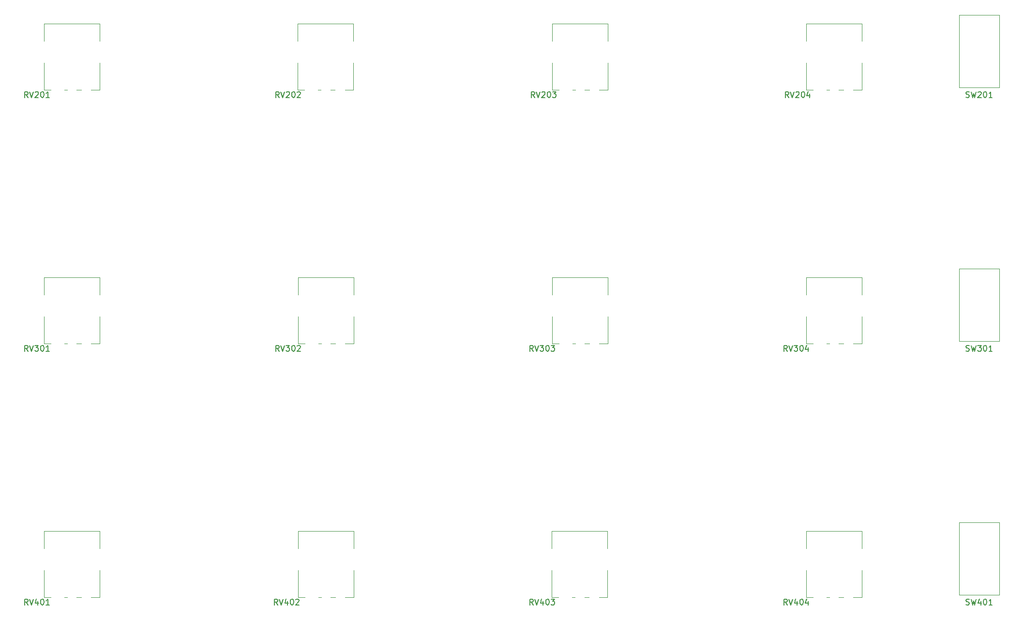
<source format=gto>
G04 #@! TF.GenerationSoftware,KiCad,Pcbnew,6.0.5+dfsg-1~bpo11+1*
G04 #@! TF.CreationDate,2022-06-30T11:54:21+00:00*
G04 #@! TF.ProjectId,ADSR_board,41445352-5f62-46f6-9172-642e6b696361,0*
G04 #@! TF.SameCoordinates,Original*
G04 #@! TF.FileFunction,Legend,Top*
G04 #@! TF.FilePolarity,Positive*
%FSLAX46Y46*%
G04 Gerber Fmt 4.6, Leading zero omitted, Abs format (unit mm)*
G04 Created by KiCad (PCBNEW 6.0.5+dfsg-1~bpo11+1) date 2022-06-30 11:54:21*
%MOMM*%
%LPD*%
G01*
G04 APERTURE LIST*
%ADD10C,0.150000*%
%ADD11C,0.120000*%
%ADD12O,2.720000X3.240000*%
%ADD13R,1.800000X1.800000*%
%ADD14C,1.800000*%
%ADD15C,2.500000*%
%ADD16C,2.000000*%
%ADD17R,1.600000X1.600000*%
%ADD18C,1.600000*%
%ADD19C,2.600000*%
%ADD20O,2.190000X1.740000*%
%ADD21O,1.740000X2.190000*%
%ADD22C,1.700000*%
G04 APERTURE END LIST*
D10*
X107295380Y-57094380D02*
X106962047Y-56618190D01*
X106723952Y-57094380D02*
X106723952Y-56094380D01*
X107104904Y-56094380D01*
X107200142Y-56142000D01*
X107247761Y-56189619D01*
X107295380Y-56284857D01*
X107295380Y-56427714D01*
X107247761Y-56522952D01*
X107200142Y-56570571D01*
X107104904Y-56618190D01*
X106723952Y-56618190D01*
X107581095Y-56094380D02*
X107914428Y-57094380D01*
X108247761Y-56094380D01*
X108533476Y-56189619D02*
X108581095Y-56142000D01*
X108676333Y-56094380D01*
X108914428Y-56094380D01*
X109009666Y-56142000D01*
X109057285Y-56189619D01*
X109104904Y-56284857D01*
X109104904Y-56380095D01*
X109057285Y-56522952D01*
X108485857Y-57094380D01*
X109104904Y-57094380D01*
X109723952Y-56094380D02*
X109819190Y-56094380D01*
X109914428Y-56142000D01*
X109962047Y-56189619D01*
X110009666Y-56284857D01*
X110057285Y-56475333D01*
X110057285Y-56713428D01*
X110009666Y-56903904D01*
X109962047Y-56999142D01*
X109914428Y-57046761D01*
X109819190Y-57094380D01*
X109723952Y-57094380D01*
X109628714Y-57046761D01*
X109581095Y-56999142D01*
X109533476Y-56903904D01*
X109485857Y-56713428D01*
X109485857Y-56475333D01*
X109533476Y-56284857D01*
X109581095Y-56189619D01*
X109628714Y-56142000D01*
X109723952Y-56094380D01*
X110438238Y-56189619D02*
X110485857Y-56142000D01*
X110581095Y-56094380D01*
X110819190Y-56094380D01*
X110914428Y-56142000D01*
X110962047Y-56189619D01*
X111009666Y-56284857D01*
X111009666Y-56380095D01*
X110962047Y-56522952D01*
X110390619Y-57094380D01*
X111009666Y-57094380D01*
X227461285Y-57046761D02*
X227604142Y-57094380D01*
X227842238Y-57094380D01*
X227937476Y-57046761D01*
X227985095Y-56999142D01*
X228032714Y-56903904D01*
X228032714Y-56808666D01*
X227985095Y-56713428D01*
X227937476Y-56665809D01*
X227842238Y-56618190D01*
X227651761Y-56570571D01*
X227556523Y-56522952D01*
X227508904Y-56475333D01*
X227461285Y-56380095D01*
X227461285Y-56284857D01*
X227508904Y-56189619D01*
X227556523Y-56142000D01*
X227651761Y-56094380D01*
X227889857Y-56094380D01*
X228032714Y-56142000D01*
X228366047Y-56094380D02*
X228604142Y-57094380D01*
X228794619Y-56380095D01*
X228985095Y-57094380D01*
X229223190Y-56094380D01*
X229556523Y-56189619D02*
X229604142Y-56142000D01*
X229699380Y-56094380D01*
X229937476Y-56094380D01*
X230032714Y-56142000D01*
X230080333Y-56189619D01*
X230127952Y-56284857D01*
X230127952Y-56380095D01*
X230080333Y-56522952D01*
X229508904Y-57094380D01*
X230127952Y-57094380D01*
X230747000Y-56094380D02*
X230842238Y-56094380D01*
X230937476Y-56142000D01*
X230985095Y-56189619D01*
X231032714Y-56284857D01*
X231080333Y-56475333D01*
X231080333Y-56713428D01*
X231032714Y-56903904D01*
X230985095Y-56999142D01*
X230937476Y-57046761D01*
X230842238Y-57094380D01*
X230747000Y-57094380D01*
X230651761Y-57046761D01*
X230604142Y-56999142D01*
X230556523Y-56903904D01*
X230508904Y-56713428D01*
X230508904Y-56475333D01*
X230556523Y-56284857D01*
X230604142Y-56189619D01*
X230651761Y-56142000D01*
X230747000Y-56094380D01*
X232032714Y-57094380D02*
X231461285Y-57094380D01*
X231747000Y-57094380D02*
X231747000Y-56094380D01*
X231651761Y-56237238D01*
X231556523Y-56332476D01*
X231461285Y-56380095D01*
X63353380Y-145994380D02*
X63020047Y-145518190D01*
X62781952Y-145994380D02*
X62781952Y-144994380D01*
X63162904Y-144994380D01*
X63258142Y-145042000D01*
X63305761Y-145089619D01*
X63353380Y-145184857D01*
X63353380Y-145327714D01*
X63305761Y-145422952D01*
X63258142Y-145470571D01*
X63162904Y-145518190D01*
X62781952Y-145518190D01*
X63639095Y-144994380D02*
X63972428Y-145994380D01*
X64305761Y-144994380D01*
X65067666Y-145327714D02*
X65067666Y-145994380D01*
X64829571Y-144946761D02*
X64591476Y-145661047D01*
X65210523Y-145661047D01*
X65781952Y-144994380D02*
X65877190Y-144994380D01*
X65972428Y-145042000D01*
X66020047Y-145089619D01*
X66067666Y-145184857D01*
X66115285Y-145375333D01*
X66115285Y-145613428D01*
X66067666Y-145803904D01*
X66020047Y-145899142D01*
X65972428Y-145946761D01*
X65877190Y-145994380D01*
X65781952Y-145994380D01*
X65686714Y-145946761D01*
X65639095Y-145899142D01*
X65591476Y-145803904D01*
X65543857Y-145613428D01*
X65543857Y-145375333D01*
X65591476Y-145184857D01*
X65639095Y-145089619D01*
X65686714Y-145042000D01*
X65781952Y-144994380D01*
X67067666Y-145994380D02*
X66496238Y-145994380D01*
X66781952Y-145994380D02*
X66781952Y-144994380D01*
X66686714Y-145137238D01*
X66591476Y-145232476D01*
X66496238Y-145280095D01*
X63353380Y-57094380D02*
X63020047Y-56618190D01*
X62781952Y-57094380D02*
X62781952Y-56094380D01*
X63162904Y-56094380D01*
X63258142Y-56142000D01*
X63305761Y-56189619D01*
X63353380Y-56284857D01*
X63353380Y-56427714D01*
X63305761Y-56522952D01*
X63258142Y-56570571D01*
X63162904Y-56618190D01*
X62781952Y-56618190D01*
X63639095Y-56094380D02*
X63972428Y-57094380D01*
X64305761Y-56094380D01*
X64591476Y-56189619D02*
X64639095Y-56142000D01*
X64734333Y-56094380D01*
X64972428Y-56094380D01*
X65067666Y-56142000D01*
X65115285Y-56189619D01*
X65162904Y-56284857D01*
X65162904Y-56380095D01*
X65115285Y-56522952D01*
X64543857Y-57094380D01*
X65162904Y-57094380D01*
X65781952Y-56094380D02*
X65877190Y-56094380D01*
X65972428Y-56142000D01*
X66020047Y-56189619D01*
X66067666Y-56284857D01*
X66115285Y-56475333D01*
X66115285Y-56713428D01*
X66067666Y-56903904D01*
X66020047Y-56999142D01*
X65972428Y-57046761D01*
X65877190Y-57094380D01*
X65781952Y-57094380D01*
X65686714Y-57046761D01*
X65639095Y-56999142D01*
X65591476Y-56903904D01*
X65543857Y-56713428D01*
X65543857Y-56475333D01*
X65591476Y-56284857D01*
X65639095Y-56189619D01*
X65686714Y-56142000D01*
X65781952Y-56094380D01*
X67067666Y-57094380D02*
X66496238Y-57094380D01*
X66781952Y-57094380D02*
X66781952Y-56094380D01*
X66686714Y-56237238D01*
X66591476Y-56332476D01*
X66496238Y-56380095D01*
X63353380Y-101544380D02*
X63020047Y-101068190D01*
X62781952Y-101544380D02*
X62781952Y-100544380D01*
X63162904Y-100544380D01*
X63258142Y-100592000D01*
X63305761Y-100639619D01*
X63353380Y-100734857D01*
X63353380Y-100877714D01*
X63305761Y-100972952D01*
X63258142Y-101020571D01*
X63162904Y-101068190D01*
X62781952Y-101068190D01*
X63639095Y-100544380D02*
X63972428Y-101544380D01*
X64305761Y-100544380D01*
X64543857Y-100544380D02*
X65162904Y-100544380D01*
X64829571Y-100925333D01*
X64972428Y-100925333D01*
X65067666Y-100972952D01*
X65115285Y-101020571D01*
X65162904Y-101115809D01*
X65162904Y-101353904D01*
X65115285Y-101449142D01*
X65067666Y-101496761D01*
X64972428Y-101544380D01*
X64686714Y-101544380D01*
X64591476Y-101496761D01*
X64543857Y-101449142D01*
X65781952Y-100544380D02*
X65877190Y-100544380D01*
X65972428Y-100592000D01*
X66020047Y-100639619D01*
X66067666Y-100734857D01*
X66115285Y-100925333D01*
X66115285Y-101163428D01*
X66067666Y-101353904D01*
X66020047Y-101449142D01*
X65972428Y-101496761D01*
X65877190Y-101544380D01*
X65781952Y-101544380D01*
X65686714Y-101496761D01*
X65639095Y-101449142D01*
X65591476Y-101353904D01*
X65543857Y-101163428D01*
X65543857Y-100925333D01*
X65591476Y-100734857D01*
X65639095Y-100639619D01*
X65686714Y-100592000D01*
X65781952Y-100544380D01*
X67067666Y-101544380D02*
X66496238Y-101544380D01*
X66781952Y-101544380D02*
X66781952Y-100544380D01*
X66686714Y-100687238D01*
X66591476Y-100782476D01*
X66496238Y-100830095D01*
X196195380Y-101544380D02*
X195862047Y-101068190D01*
X195623952Y-101544380D02*
X195623952Y-100544380D01*
X196004904Y-100544380D01*
X196100142Y-100592000D01*
X196147761Y-100639619D01*
X196195380Y-100734857D01*
X196195380Y-100877714D01*
X196147761Y-100972952D01*
X196100142Y-101020571D01*
X196004904Y-101068190D01*
X195623952Y-101068190D01*
X196481095Y-100544380D02*
X196814428Y-101544380D01*
X197147761Y-100544380D01*
X197385857Y-100544380D02*
X198004904Y-100544380D01*
X197671571Y-100925333D01*
X197814428Y-100925333D01*
X197909666Y-100972952D01*
X197957285Y-101020571D01*
X198004904Y-101115809D01*
X198004904Y-101353904D01*
X197957285Y-101449142D01*
X197909666Y-101496761D01*
X197814428Y-101544380D01*
X197528714Y-101544380D01*
X197433476Y-101496761D01*
X197385857Y-101449142D01*
X198623952Y-100544380D02*
X198719190Y-100544380D01*
X198814428Y-100592000D01*
X198862047Y-100639619D01*
X198909666Y-100734857D01*
X198957285Y-100925333D01*
X198957285Y-101163428D01*
X198909666Y-101353904D01*
X198862047Y-101449142D01*
X198814428Y-101496761D01*
X198719190Y-101544380D01*
X198623952Y-101544380D01*
X198528714Y-101496761D01*
X198481095Y-101449142D01*
X198433476Y-101353904D01*
X198385857Y-101163428D01*
X198385857Y-100925333D01*
X198433476Y-100734857D01*
X198481095Y-100639619D01*
X198528714Y-100592000D01*
X198623952Y-100544380D01*
X199814428Y-100877714D02*
X199814428Y-101544380D01*
X199576333Y-100496761D02*
X199338238Y-101211047D01*
X199957285Y-101211047D01*
X227461285Y-145946761D02*
X227604142Y-145994380D01*
X227842238Y-145994380D01*
X227937476Y-145946761D01*
X227985095Y-145899142D01*
X228032714Y-145803904D01*
X228032714Y-145708666D01*
X227985095Y-145613428D01*
X227937476Y-145565809D01*
X227842238Y-145518190D01*
X227651761Y-145470571D01*
X227556523Y-145422952D01*
X227508904Y-145375333D01*
X227461285Y-145280095D01*
X227461285Y-145184857D01*
X227508904Y-145089619D01*
X227556523Y-145042000D01*
X227651761Y-144994380D01*
X227889857Y-144994380D01*
X228032714Y-145042000D01*
X228366047Y-144994380D02*
X228604142Y-145994380D01*
X228794619Y-145280095D01*
X228985095Y-145994380D01*
X229223190Y-144994380D01*
X230032714Y-145327714D02*
X230032714Y-145994380D01*
X229794619Y-144946761D02*
X229556523Y-145661047D01*
X230175571Y-145661047D01*
X230747000Y-144994380D02*
X230842238Y-144994380D01*
X230937476Y-145042000D01*
X230985095Y-145089619D01*
X231032714Y-145184857D01*
X231080333Y-145375333D01*
X231080333Y-145613428D01*
X231032714Y-145803904D01*
X230985095Y-145899142D01*
X230937476Y-145946761D01*
X230842238Y-145994380D01*
X230747000Y-145994380D01*
X230651761Y-145946761D01*
X230604142Y-145899142D01*
X230556523Y-145803904D01*
X230508904Y-145613428D01*
X230508904Y-145375333D01*
X230556523Y-145184857D01*
X230604142Y-145089619D01*
X230651761Y-145042000D01*
X230747000Y-144994380D01*
X232032714Y-145994380D02*
X231461285Y-145994380D01*
X231747000Y-145994380D02*
X231747000Y-144994380D01*
X231651761Y-145137238D01*
X231556523Y-145232476D01*
X231461285Y-145280095D01*
X151745380Y-145994380D02*
X151412047Y-145518190D01*
X151173952Y-145994380D02*
X151173952Y-144994380D01*
X151554904Y-144994380D01*
X151650142Y-145042000D01*
X151697761Y-145089619D01*
X151745380Y-145184857D01*
X151745380Y-145327714D01*
X151697761Y-145422952D01*
X151650142Y-145470571D01*
X151554904Y-145518190D01*
X151173952Y-145518190D01*
X152031095Y-144994380D02*
X152364428Y-145994380D01*
X152697761Y-144994380D01*
X153459666Y-145327714D02*
X153459666Y-145994380D01*
X153221571Y-144946761D02*
X152983476Y-145661047D01*
X153602523Y-145661047D01*
X154173952Y-144994380D02*
X154269190Y-144994380D01*
X154364428Y-145042000D01*
X154412047Y-145089619D01*
X154459666Y-145184857D01*
X154507285Y-145375333D01*
X154507285Y-145613428D01*
X154459666Y-145803904D01*
X154412047Y-145899142D01*
X154364428Y-145946761D01*
X154269190Y-145994380D01*
X154173952Y-145994380D01*
X154078714Y-145946761D01*
X154031095Y-145899142D01*
X153983476Y-145803904D01*
X153935857Y-145613428D01*
X153935857Y-145375333D01*
X153983476Y-145184857D01*
X154031095Y-145089619D01*
X154078714Y-145042000D01*
X154173952Y-144994380D01*
X154840619Y-144994380D02*
X155459666Y-144994380D01*
X155126333Y-145375333D01*
X155269190Y-145375333D01*
X155364428Y-145422952D01*
X155412047Y-145470571D01*
X155459666Y-145565809D01*
X155459666Y-145803904D01*
X155412047Y-145899142D01*
X155364428Y-145946761D01*
X155269190Y-145994380D01*
X154983476Y-145994380D01*
X154888238Y-145946761D01*
X154840619Y-145899142D01*
X107041380Y-145994380D02*
X106708047Y-145518190D01*
X106469952Y-145994380D02*
X106469952Y-144994380D01*
X106850904Y-144994380D01*
X106946142Y-145042000D01*
X106993761Y-145089619D01*
X107041380Y-145184857D01*
X107041380Y-145327714D01*
X106993761Y-145422952D01*
X106946142Y-145470571D01*
X106850904Y-145518190D01*
X106469952Y-145518190D01*
X107327095Y-144994380D02*
X107660428Y-145994380D01*
X107993761Y-144994380D01*
X108755666Y-145327714D02*
X108755666Y-145994380D01*
X108517571Y-144946761D02*
X108279476Y-145661047D01*
X108898523Y-145661047D01*
X109469952Y-144994380D02*
X109565190Y-144994380D01*
X109660428Y-145042000D01*
X109708047Y-145089619D01*
X109755666Y-145184857D01*
X109803285Y-145375333D01*
X109803285Y-145613428D01*
X109755666Y-145803904D01*
X109708047Y-145899142D01*
X109660428Y-145946761D01*
X109565190Y-145994380D01*
X109469952Y-145994380D01*
X109374714Y-145946761D01*
X109327095Y-145899142D01*
X109279476Y-145803904D01*
X109231857Y-145613428D01*
X109231857Y-145375333D01*
X109279476Y-145184857D01*
X109327095Y-145089619D01*
X109374714Y-145042000D01*
X109469952Y-144994380D01*
X110184238Y-145089619D02*
X110231857Y-145042000D01*
X110327095Y-144994380D01*
X110565190Y-144994380D01*
X110660428Y-145042000D01*
X110708047Y-145089619D01*
X110755666Y-145184857D01*
X110755666Y-145280095D01*
X110708047Y-145422952D01*
X110136619Y-145994380D01*
X110755666Y-145994380D01*
X227461285Y-101496761D02*
X227604142Y-101544380D01*
X227842238Y-101544380D01*
X227937476Y-101496761D01*
X227985095Y-101449142D01*
X228032714Y-101353904D01*
X228032714Y-101258666D01*
X227985095Y-101163428D01*
X227937476Y-101115809D01*
X227842238Y-101068190D01*
X227651761Y-101020571D01*
X227556523Y-100972952D01*
X227508904Y-100925333D01*
X227461285Y-100830095D01*
X227461285Y-100734857D01*
X227508904Y-100639619D01*
X227556523Y-100592000D01*
X227651761Y-100544380D01*
X227889857Y-100544380D01*
X228032714Y-100592000D01*
X228366047Y-100544380D02*
X228604142Y-101544380D01*
X228794619Y-100830095D01*
X228985095Y-101544380D01*
X229223190Y-100544380D01*
X229508904Y-100544380D02*
X230127952Y-100544380D01*
X229794619Y-100925333D01*
X229937476Y-100925333D01*
X230032714Y-100972952D01*
X230080333Y-101020571D01*
X230127952Y-101115809D01*
X230127952Y-101353904D01*
X230080333Y-101449142D01*
X230032714Y-101496761D01*
X229937476Y-101544380D01*
X229651761Y-101544380D01*
X229556523Y-101496761D01*
X229508904Y-101449142D01*
X230747000Y-100544380D02*
X230842238Y-100544380D01*
X230937476Y-100592000D01*
X230985095Y-100639619D01*
X231032714Y-100734857D01*
X231080333Y-100925333D01*
X231080333Y-101163428D01*
X231032714Y-101353904D01*
X230985095Y-101449142D01*
X230937476Y-101496761D01*
X230842238Y-101544380D01*
X230747000Y-101544380D01*
X230651761Y-101496761D01*
X230604142Y-101449142D01*
X230556523Y-101353904D01*
X230508904Y-101163428D01*
X230508904Y-100925333D01*
X230556523Y-100734857D01*
X230604142Y-100639619D01*
X230651761Y-100592000D01*
X230747000Y-100544380D01*
X232032714Y-101544380D02*
X231461285Y-101544380D01*
X231747000Y-101544380D02*
X231747000Y-100544380D01*
X231651761Y-100687238D01*
X231556523Y-100782476D01*
X231461285Y-100830095D01*
X151745380Y-101544380D02*
X151412047Y-101068190D01*
X151173952Y-101544380D02*
X151173952Y-100544380D01*
X151554904Y-100544380D01*
X151650142Y-100592000D01*
X151697761Y-100639619D01*
X151745380Y-100734857D01*
X151745380Y-100877714D01*
X151697761Y-100972952D01*
X151650142Y-101020571D01*
X151554904Y-101068190D01*
X151173952Y-101068190D01*
X152031095Y-100544380D02*
X152364428Y-101544380D01*
X152697761Y-100544380D01*
X152935857Y-100544380D02*
X153554904Y-100544380D01*
X153221571Y-100925333D01*
X153364428Y-100925333D01*
X153459666Y-100972952D01*
X153507285Y-101020571D01*
X153554904Y-101115809D01*
X153554904Y-101353904D01*
X153507285Y-101449142D01*
X153459666Y-101496761D01*
X153364428Y-101544380D01*
X153078714Y-101544380D01*
X152983476Y-101496761D01*
X152935857Y-101449142D01*
X154173952Y-100544380D02*
X154269190Y-100544380D01*
X154364428Y-100592000D01*
X154412047Y-100639619D01*
X154459666Y-100734857D01*
X154507285Y-100925333D01*
X154507285Y-101163428D01*
X154459666Y-101353904D01*
X154412047Y-101449142D01*
X154364428Y-101496761D01*
X154269190Y-101544380D01*
X154173952Y-101544380D01*
X154078714Y-101496761D01*
X154031095Y-101449142D01*
X153983476Y-101353904D01*
X153935857Y-101163428D01*
X153935857Y-100925333D01*
X153983476Y-100734857D01*
X154031095Y-100639619D01*
X154078714Y-100592000D01*
X154173952Y-100544380D01*
X154840619Y-100544380D02*
X155459666Y-100544380D01*
X155126333Y-100925333D01*
X155269190Y-100925333D01*
X155364428Y-100972952D01*
X155412047Y-101020571D01*
X155459666Y-101115809D01*
X155459666Y-101353904D01*
X155412047Y-101449142D01*
X155364428Y-101496761D01*
X155269190Y-101544380D01*
X154983476Y-101544380D01*
X154888238Y-101496761D01*
X154840619Y-101449142D01*
X196195380Y-145994380D02*
X195862047Y-145518190D01*
X195623952Y-145994380D02*
X195623952Y-144994380D01*
X196004904Y-144994380D01*
X196100142Y-145042000D01*
X196147761Y-145089619D01*
X196195380Y-145184857D01*
X196195380Y-145327714D01*
X196147761Y-145422952D01*
X196100142Y-145470571D01*
X196004904Y-145518190D01*
X195623952Y-145518190D01*
X196481095Y-144994380D02*
X196814428Y-145994380D01*
X197147761Y-144994380D01*
X197909666Y-145327714D02*
X197909666Y-145994380D01*
X197671571Y-144946761D02*
X197433476Y-145661047D01*
X198052523Y-145661047D01*
X198623952Y-144994380D02*
X198719190Y-144994380D01*
X198814428Y-145042000D01*
X198862047Y-145089619D01*
X198909666Y-145184857D01*
X198957285Y-145375333D01*
X198957285Y-145613428D01*
X198909666Y-145803904D01*
X198862047Y-145899142D01*
X198814428Y-145946761D01*
X198719190Y-145994380D01*
X198623952Y-145994380D01*
X198528714Y-145946761D01*
X198481095Y-145899142D01*
X198433476Y-145803904D01*
X198385857Y-145613428D01*
X198385857Y-145375333D01*
X198433476Y-145184857D01*
X198481095Y-145089619D01*
X198528714Y-145042000D01*
X198623952Y-144994380D01*
X199814428Y-145327714D02*
X199814428Y-145994380D01*
X199576333Y-144946761D02*
X199338238Y-145661047D01*
X199957285Y-145661047D01*
X196449380Y-57094380D02*
X196116047Y-56618190D01*
X195877952Y-57094380D02*
X195877952Y-56094380D01*
X196258904Y-56094380D01*
X196354142Y-56142000D01*
X196401761Y-56189619D01*
X196449380Y-56284857D01*
X196449380Y-56427714D01*
X196401761Y-56522952D01*
X196354142Y-56570571D01*
X196258904Y-56618190D01*
X195877952Y-56618190D01*
X196735095Y-56094380D02*
X197068428Y-57094380D01*
X197401761Y-56094380D01*
X197687476Y-56189619D02*
X197735095Y-56142000D01*
X197830333Y-56094380D01*
X198068428Y-56094380D01*
X198163666Y-56142000D01*
X198211285Y-56189619D01*
X198258904Y-56284857D01*
X198258904Y-56380095D01*
X198211285Y-56522952D01*
X197639857Y-57094380D01*
X198258904Y-57094380D01*
X198877952Y-56094380D02*
X198973190Y-56094380D01*
X199068428Y-56142000D01*
X199116047Y-56189619D01*
X199163666Y-56284857D01*
X199211285Y-56475333D01*
X199211285Y-56713428D01*
X199163666Y-56903904D01*
X199116047Y-56999142D01*
X199068428Y-57046761D01*
X198973190Y-57094380D01*
X198877952Y-57094380D01*
X198782714Y-57046761D01*
X198735095Y-56999142D01*
X198687476Y-56903904D01*
X198639857Y-56713428D01*
X198639857Y-56475333D01*
X198687476Y-56284857D01*
X198735095Y-56189619D01*
X198782714Y-56142000D01*
X198877952Y-56094380D01*
X200068428Y-56427714D02*
X200068428Y-57094380D01*
X199830333Y-56046761D02*
X199592238Y-56761047D01*
X200211285Y-56761047D01*
X107295380Y-101544380D02*
X106962047Y-101068190D01*
X106723952Y-101544380D02*
X106723952Y-100544380D01*
X107104904Y-100544380D01*
X107200142Y-100592000D01*
X107247761Y-100639619D01*
X107295380Y-100734857D01*
X107295380Y-100877714D01*
X107247761Y-100972952D01*
X107200142Y-101020571D01*
X107104904Y-101068190D01*
X106723952Y-101068190D01*
X107581095Y-100544380D02*
X107914428Y-101544380D01*
X108247761Y-100544380D01*
X108485857Y-100544380D02*
X109104904Y-100544380D01*
X108771571Y-100925333D01*
X108914428Y-100925333D01*
X109009666Y-100972952D01*
X109057285Y-101020571D01*
X109104904Y-101115809D01*
X109104904Y-101353904D01*
X109057285Y-101449142D01*
X109009666Y-101496761D01*
X108914428Y-101544380D01*
X108628714Y-101544380D01*
X108533476Y-101496761D01*
X108485857Y-101449142D01*
X109723952Y-100544380D02*
X109819190Y-100544380D01*
X109914428Y-100592000D01*
X109962047Y-100639619D01*
X110009666Y-100734857D01*
X110057285Y-100925333D01*
X110057285Y-101163428D01*
X110009666Y-101353904D01*
X109962047Y-101449142D01*
X109914428Y-101496761D01*
X109819190Y-101544380D01*
X109723952Y-101544380D01*
X109628714Y-101496761D01*
X109581095Y-101449142D01*
X109533476Y-101353904D01*
X109485857Y-101163428D01*
X109485857Y-100925333D01*
X109533476Y-100734857D01*
X109581095Y-100639619D01*
X109628714Y-100592000D01*
X109723952Y-100544380D01*
X110438238Y-100639619D02*
X110485857Y-100592000D01*
X110581095Y-100544380D01*
X110819190Y-100544380D01*
X110914428Y-100592000D01*
X110962047Y-100639619D01*
X111009666Y-100734857D01*
X111009666Y-100830095D01*
X110962047Y-100972952D01*
X110390619Y-101544380D01*
X111009666Y-101544380D01*
X151999380Y-57094380D02*
X151666047Y-56618190D01*
X151427952Y-57094380D02*
X151427952Y-56094380D01*
X151808904Y-56094380D01*
X151904142Y-56142000D01*
X151951761Y-56189619D01*
X151999380Y-56284857D01*
X151999380Y-56427714D01*
X151951761Y-56522952D01*
X151904142Y-56570571D01*
X151808904Y-56618190D01*
X151427952Y-56618190D01*
X152285095Y-56094380D02*
X152618428Y-57094380D01*
X152951761Y-56094380D01*
X153237476Y-56189619D02*
X153285095Y-56142000D01*
X153380333Y-56094380D01*
X153618428Y-56094380D01*
X153713666Y-56142000D01*
X153761285Y-56189619D01*
X153808904Y-56284857D01*
X153808904Y-56380095D01*
X153761285Y-56522952D01*
X153189857Y-57094380D01*
X153808904Y-57094380D01*
X154427952Y-56094380D02*
X154523190Y-56094380D01*
X154618428Y-56142000D01*
X154666047Y-56189619D01*
X154713666Y-56284857D01*
X154761285Y-56475333D01*
X154761285Y-56713428D01*
X154713666Y-56903904D01*
X154666047Y-56999142D01*
X154618428Y-57046761D01*
X154523190Y-57094380D01*
X154427952Y-57094380D01*
X154332714Y-57046761D01*
X154285095Y-56999142D01*
X154237476Y-56903904D01*
X154189857Y-56713428D01*
X154189857Y-56475333D01*
X154237476Y-56284857D01*
X154285095Y-56189619D01*
X154332714Y-56142000D01*
X154427952Y-56094380D01*
X155094619Y-56094380D02*
X155713666Y-56094380D01*
X155380333Y-56475333D01*
X155523190Y-56475333D01*
X155618428Y-56522952D01*
X155666047Y-56570571D01*
X155713666Y-56665809D01*
X155713666Y-56903904D01*
X155666047Y-56999142D01*
X155618428Y-57046761D01*
X155523190Y-57094380D01*
X155237476Y-57094380D01*
X155142238Y-57046761D01*
X155094619Y-56999142D01*
D11*
X110537000Y-47232000D02*
X110537000Y-44172000D01*
X111717000Y-55762000D02*
X110537000Y-55762000D01*
X117067000Y-55762000D02*
X116237000Y-55762000D01*
X120277000Y-55762000D02*
X120277000Y-51042000D01*
X120277000Y-47232000D02*
X120277000Y-44172000D01*
X114617000Y-55762000D02*
X114087000Y-55762000D01*
X110527000Y-55762000D02*
X110527000Y-51042000D01*
X120277000Y-44172000D02*
X110537000Y-44172000D01*
X120277000Y-55762000D02*
X118787000Y-55762000D01*
X233247000Y-55372000D02*
X226247000Y-55372000D01*
X226247000Y-42672000D02*
X233247000Y-42672000D01*
X233247000Y-42672000D02*
X233247000Y-55372000D01*
X226247000Y-55372000D02*
X226247000Y-42672000D01*
X70207000Y-144662000D02*
X69677000Y-144662000D01*
X75867000Y-133072000D02*
X66127000Y-133072000D01*
X67307000Y-144662000D02*
X66127000Y-144662000D01*
X66127000Y-136132000D02*
X66127000Y-133072000D01*
X72657000Y-144662000D02*
X71827000Y-144662000D01*
X75867000Y-136132000D02*
X75867000Y-133072000D01*
X66117000Y-144662000D02*
X66117000Y-139942000D01*
X75867000Y-144662000D02*
X75867000Y-139942000D01*
X75867000Y-144662000D02*
X74377000Y-144662000D01*
X72657000Y-55762000D02*
X71827000Y-55762000D01*
X75867000Y-55762000D02*
X75867000Y-51042000D01*
X66127000Y-47232000D02*
X66127000Y-44172000D01*
X75867000Y-47232000D02*
X75867000Y-44172000D01*
X67307000Y-55762000D02*
X66127000Y-55762000D01*
X75867000Y-55762000D02*
X74377000Y-55762000D01*
X66117000Y-55762000D02*
X66117000Y-51042000D01*
X75867000Y-44172000D02*
X66127000Y-44172000D01*
X70207000Y-55762000D02*
X69677000Y-55762000D01*
X75867000Y-91682000D02*
X75867000Y-88622000D01*
X67307000Y-100212000D02*
X66127000Y-100212000D01*
X72657000Y-100212000D02*
X71827000Y-100212000D01*
X75867000Y-100212000D02*
X75867000Y-95492000D01*
X70207000Y-100212000D02*
X69677000Y-100212000D01*
X66127000Y-91682000D02*
X66127000Y-88622000D01*
X75867000Y-88622000D02*
X66127000Y-88622000D01*
X66117000Y-100212000D02*
X66117000Y-95492000D01*
X75867000Y-100212000D02*
X74377000Y-100212000D01*
X206007000Y-100212000D02*
X205177000Y-100212000D01*
X203557000Y-100212000D02*
X203027000Y-100212000D01*
X209217000Y-100212000D02*
X207727000Y-100212000D01*
X200657000Y-100212000D02*
X199477000Y-100212000D01*
X199477000Y-91682000D02*
X199477000Y-88622000D01*
X209217000Y-88622000D02*
X199477000Y-88622000D01*
X209217000Y-100212000D02*
X209217000Y-95492000D01*
X209217000Y-91682000D02*
X209217000Y-88622000D01*
X199467000Y-100212000D02*
X199467000Y-95492000D01*
X226247000Y-131572000D02*
X233247000Y-131572000D01*
X226247000Y-144272000D02*
X226247000Y-131572000D01*
X233247000Y-144272000D02*
X226247000Y-144272000D01*
X233247000Y-131572000D02*
X233247000Y-144272000D01*
X164727000Y-144662000D02*
X164727000Y-139942000D01*
X164727000Y-133072000D02*
X154987000Y-133072000D01*
X159067000Y-144662000D02*
X158537000Y-144662000D01*
X154977000Y-144662000D02*
X154977000Y-139942000D01*
X161517000Y-144662000D02*
X160687000Y-144662000D01*
X154987000Y-136132000D02*
X154987000Y-133072000D01*
X156167000Y-144662000D02*
X154987000Y-144662000D01*
X164727000Y-144662000D02*
X163237000Y-144662000D01*
X164727000Y-136132000D02*
X164727000Y-133072000D01*
X114657000Y-144662000D02*
X114127000Y-144662000D01*
X120317000Y-133072000D02*
X110577000Y-133072000D01*
X120317000Y-136132000D02*
X120317000Y-133072000D01*
X120317000Y-144662000D02*
X120317000Y-139942000D01*
X110567000Y-144662000D02*
X110567000Y-139942000D01*
X117107000Y-144662000D02*
X116277000Y-144662000D01*
X120317000Y-144662000D02*
X118827000Y-144662000D01*
X111757000Y-144662000D02*
X110577000Y-144662000D01*
X110577000Y-136132000D02*
X110577000Y-133072000D01*
X233247000Y-87122000D02*
X233247000Y-99822000D01*
X226247000Y-99822000D02*
X226247000Y-87122000D01*
X226247000Y-87122000D02*
X233247000Y-87122000D01*
X233247000Y-99822000D02*
X226247000Y-99822000D01*
X156207000Y-100212000D02*
X155027000Y-100212000D01*
X164767000Y-91682000D02*
X164767000Y-88622000D01*
X164767000Y-100212000D02*
X164767000Y-95492000D01*
X164767000Y-88622000D02*
X155027000Y-88622000D01*
X155027000Y-91682000D02*
X155027000Y-88622000D01*
X161557000Y-100212000D02*
X160727000Y-100212000D01*
X164767000Y-100212000D02*
X163277000Y-100212000D01*
X155017000Y-100212000D02*
X155017000Y-95492000D01*
X159107000Y-100212000D02*
X158577000Y-100212000D01*
X200657000Y-144662000D02*
X199477000Y-144662000D01*
X209217000Y-144662000D02*
X209217000Y-139942000D01*
X199477000Y-136132000D02*
X199477000Y-133072000D01*
X209217000Y-136132000D02*
X209217000Y-133072000D01*
X209217000Y-133072000D02*
X199477000Y-133072000D01*
X209217000Y-144662000D02*
X207727000Y-144662000D01*
X199467000Y-144662000D02*
X199467000Y-139942000D01*
X203557000Y-144662000D02*
X203027000Y-144662000D01*
X206007000Y-144662000D02*
X205177000Y-144662000D01*
X206007000Y-55762000D02*
X205177000Y-55762000D01*
X209217000Y-55762000D02*
X209217000Y-51042000D01*
X209217000Y-55762000D02*
X207727000Y-55762000D01*
X209217000Y-47232000D02*
X209217000Y-44172000D01*
X203557000Y-55762000D02*
X203027000Y-55762000D01*
X199467000Y-55762000D02*
X199467000Y-51042000D01*
X200657000Y-55762000D02*
X199477000Y-55762000D01*
X199477000Y-47232000D02*
X199477000Y-44172000D01*
X209217000Y-44172000D02*
X199477000Y-44172000D01*
X117107000Y-100212000D02*
X116277000Y-100212000D01*
X120317000Y-100212000D02*
X118827000Y-100212000D01*
X120317000Y-88622000D02*
X110577000Y-88622000D01*
X111757000Y-100212000D02*
X110577000Y-100212000D01*
X114657000Y-100212000D02*
X114127000Y-100212000D01*
X110577000Y-91682000D02*
X110577000Y-88622000D01*
X120317000Y-100212000D02*
X120317000Y-95492000D01*
X110567000Y-100212000D02*
X110567000Y-95492000D01*
X120317000Y-91682000D02*
X120317000Y-88622000D01*
X159107000Y-55762000D02*
X158577000Y-55762000D01*
X164767000Y-44172000D02*
X155027000Y-44172000D01*
X164767000Y-55762000D02*
X163277000Y-55762000D01*
X155017000Y-55762000D02*
X155017000Y-51042000D01*
X156207000Y-55762000D02*
X155027000Y-55762000D01*
X155027000Y-47232000D02*
X155027000Y-44172000D01*
X161557000Y-55762000D02*
X160727000Y-55762000D01*
X164767000Y-55762000D02*
X164767000Y-51042000D01*
X164767000Y-47232000D02*
X164767000Y-44172000D01*
%LPC*%
D12*
X120207000Y-49142000D03*
X110607000Y-49142000D03*
D13*
X112907000Y-56642000D03*
D14*
X115407000Y-56642000D03*
X117907000Y-56642000D03*
D15*
X229747000Y-53722000D03*
X229747000Y-49022000D03*
X229747000Y-44322000D03*
D12*
X66197000Y-138042000D03*
X75797000Y-138042000D03*
D13*
X68497000Y-145542000D03*
D14*
X70997000Y-145542000D03*
X73497000Y-145542000D03*
D12*
X66197000Y-49142000D03*
X75797000Y-49142000D03*
D13*
X68497000Y-56642000D03*
D14*
X70997000Y-56642000D03*
X73497000Y-56642000D03*
D12*
X75797000Y-93592000D03*
X66197000Y-93592000D03*
D13*
X68497000Y-101092000D03*
D14*
X70997000Y-101092000D03*
X73497000Y-101092000D03*
D12*
X199547000Y-93592000D03*
X209147000Y-93592000D03*
D13*
X201847000Y-101092000D03*
D14*
X204347000Y-101092000D03*
X206847000Y-101092000D03*
D15*
X229747000Y-142622000D03*
X229747000Y-137922000D03*
X229747000Y-133222000D03*
D12*
X164657000Y-138042000D03*
X155057000Y-138042000D03*
D13*
X157357000Y-145542000D03*
D14*
X159857000Y-145542000D03*
X162357000Y-145542000D03*
D12*
X110647000Y-138042000D03*
X120247000Y-138042000D03*
D13*
X112947000Y-145542000D03*
D14*
X115447000Y-145542000D03*
X117947000Y-145542000D03*
D15*
X229747000Y-98172000D03*
X229747000Y-93472000D03*
X229747000Y-88772000D03*
D12*
X164697000Y-93592000D03*
X155097000Y-93592000D03*
D13*
X157397000Y-101092000D03*
D14*
X159897000Y-101092000D03*
X162397000Y-101092000D03*
D12*
X199547000Y-138042000D03*
X209147000Y-138042000D03*
D13*
X201847000Y-145542000D03*
D14*
X204347000Y-145542000D03*
X206847000Y-145542000D03*
D12*
X209147000Y-49142000D03*
X199547000Y-49142000D03*
D13*
X201847000Y-56642000D03*
D14*
X204347000Y-56642000D03*
X206847000Y-56642000D03*
D12*
X120247000Y-93592000D03*
X110647000Y-93592000D03*
D13*
X112947000Y-101092000D03*
D14*
X115447000Y-101092000D03*
X117947000Y-101092000D03*
D12*
X155097000Y-49142000D03*
X164697000Y-49142000D03*
D13*
X157397000Y-56642000D03*
D14*
X159897000Y-56642000D03*
X162397000Y-56642000D03*
D16*
X154182000Y-115697000D03*
D17*
X128690380Y-119380000D03*
D18*
X126190380Y-119380000D03*
D17*
X187837000Y-124587000D03*
D18*
X185337000Y-124587000D03*
D19*
X135005000Y-77470000D03*
X135005000Y-85090000D03*
D16*
X199267000Y-71247000D03*
X119892000Y-115697000D03*
D17*
X172951380Y-119380000D03*
D18*
X170451380Y-119380000D03*
D16*
X163707000Y-82296000D03*
X199267000Y-115697000D03*
X163707000Y-71247000D03*
X133227000Y-122047000D03*
D17*
X220769380Y-137922000D03*
D18*
X218269380Y-137922000D03*
G36*
G01*
X70172000Y-79902000D02*
X71862000Y-79902000D01*
G75*
G02*
X72112000Y-80152000I0J-250000D01*
G01*
X72112000Y-81392000D01*
G75*
G02*
X71862000Y-81642000I-250000J0D01*
G01*
X70172000Y-81642000D01*
G75*
G02*
X69922000Y-81392000I0J250000D01*
G01*
X69922000Y-80152000D01*
G75*
G02*
X70172000Y-79902000I250000J0D01*
G01*
G37*
D20*
X71017000Y-83312000D03*
X71017000Y-85852000D03*
G36*
G01*
X125372000Y-140652000D02*
X125372000Y-138962000D01*
G75*
G02*
X125622000Y-138712000I250000J0D01*
G01*
X126862000Y-138712000D01*
G75*
G02*
X127112000Y-138962000I0J-250000D01*
G01*
X127112000Y-140652000D01*
G75*
G02*
X126862000Y-140902000I-250000J0D01*
G01*
X125622000Y-140902000D01*
G75*
G02*
X125372000Y-140652000I0J250000D01*
G01*
G37*
D21*
X128782000Y-139807000D03*
G36*
G01*
X177077000Y-136319500D02*
X178277000Y-136319500D01*
G75*
G02*
X178527000Y-136569500I0J-250000D01*
G01*
X178527000Y-137769500D01*
G75*
G02*
X178277000Y-138019500I-250000J0D01*
G01*
X177077000Y-138019500D01*
G75*
G02*
X176827000Y-137769500I0J250000D01*
G01*
X176827000Y-136569500D01*
G75*
G02*
X177077000Y-136319500I250000J0D01*
G01*
G37*
D22*
X177677000Y-139709500D03*
X180217000Y-137169500D03*
X180217000Y-139709500D03*
X182757000Y-137169500D03*
X182757000Y-139709500D03*
X185297000Y-137169500D03*
X185297000Y-139709500D03*
X187837000Y-137169500D03*
X187837000Y-139709500D03*
D16*
X138942000Y-122047000D03*
G36*
G01*
X70152000Y-126892000D02*
X71842000Y-126892000D01*
G75*
G02*
X72092000Y-127142000I0J-250000D01*
G01*
X72092000Y-128382000D01*
G75*
G02*
X71842000Y-128632000I-250000J0D01*
G01*
X70152000Y-128632000D01*
G75*
G02*
X69902000Y-128382000I0J250000D01*
G01*
X69902000Y-127142000D01*
G75*
G02*
X70152000Y-126892000I250000J0D01*
G01*
G37*
D20*
X70997000Y-130302000D03*
D17*
X220857000Y-49022000D03*
D18*
X218357000Y-49022000D03*
D16*
X163707000Y-115697000D03*
G36*
G01*
X140612000Y-140672000D02*
X140612000Y-138982000D01*
G75*
G02*
X140862000Y-138732000I250000J0D01*
G01*
X142102000Y-138732000D01*
G75*
G02*
X142352000Y-138982000I0J-250000D01*
G01*
X142352000Y-140672000D01*
G75*
G02*
X142102000Y-140922000I-250000J0D01*
G01*
X140862000Y-140922000D01*
G75*
G02*
X140612000Y-140672000I0J250000D01*
G01*
G37*
D21*
X144022000Y-139827000D03*
X146562000Y-139827000D03*
X149102000Y-139827000D03*
X151642000Y-139827000D03*
D17*
X180177000Y-124587000D03*
D18*
X177677000Y-124587000D03*
D17*
X171887880Y-75057000D03*
D18*
X169387880Y-75057000D03*
D17*
X220769380Y-93726000D03*
D18*
X218269380Y-93726000D03*
M02*

</source>
